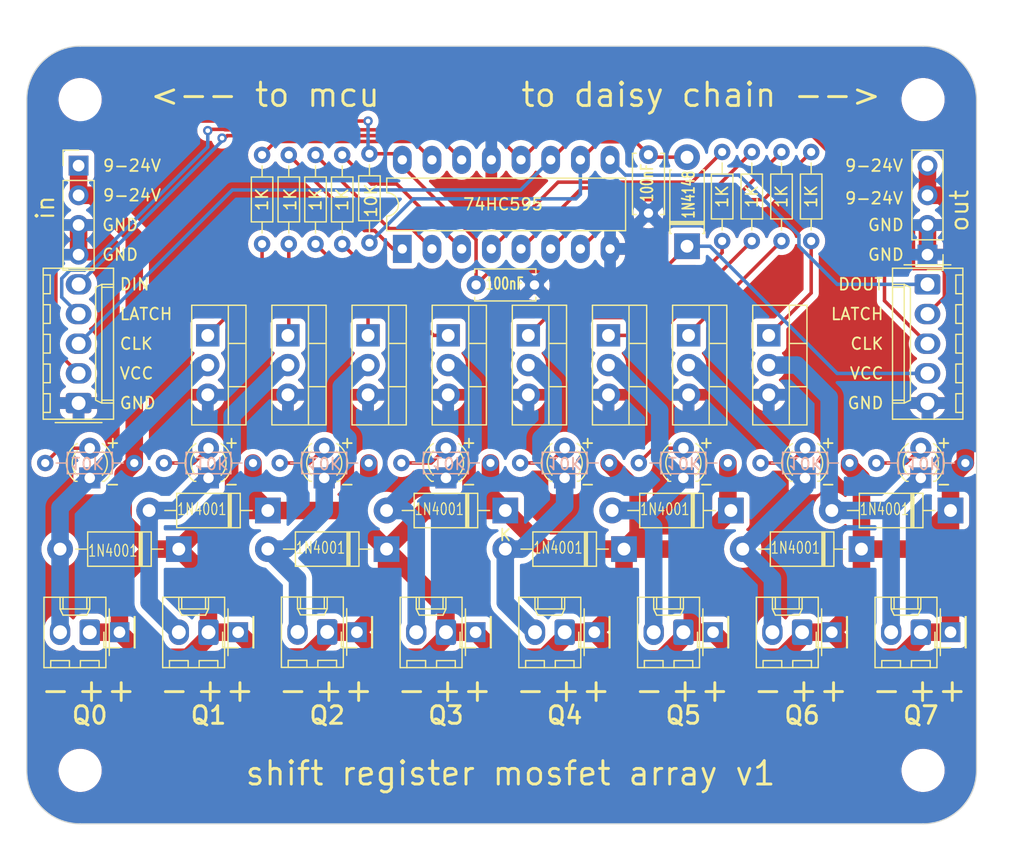
<source format=kicad_pcb>
(kicad_pcb (version 20221018) (generator pcbnew)
  (layers (0 "F.Cu" signal) (31 "B.Cu" signal) (34 "B.Paste" user) (35 "F.Paste" user) (36 "B.SilkS" user "B.Silkscreen") (37 "F.SilkS" user "F.Silkscreen") (38 "B.Mask" user) (39 "F.Mask" user) (44 "Edge.Cuts" user))
  (net 0 "")
  (net 1 "Net-(D1-A)")
  (net 2 "GND")
  (net 3 "VCC")
  (net 4 "Net-(D10-A)")
  (net 5 "Net-(D2-A)")
  (net 6 "Net-(D11-A)")
  (net 7 "Net-(D3-A)")
  (net 8 "Net-(D12-A)")
  (net 9 "Net-(D4-A)")
  (net 10 "Net-(D13-A)")
  (net 11 "Net-(D5-A)")
  (net 12 "Net-(D14-A)")
  (net 13 "Net-(D6-A)")
  (net 14 "Net-(D15-A)")
  (net 15 "Net-(D7-A)")
  (net 16 "Net-(D16-A)")
  (net 17 "Net-(D8-A)")
  (net 18 "Net-(D17-A)")
  (net 19 "Net-(D9-A)")
  (net 20 "12V")
  (net 21 "clock")
  (net 22 "latch")
  (net 23 "SerialIn")
  (net 24 "SerialOut")
  (net 25 "gate1")
  (net 26 "gate2")
  (net 27 "gate3")
  (net 28 "gate4")
  (net 29 "gate5")
  (net 30 "gate7")
  (net 31 "Net-(U1-QA)")
  (net 32 "gate0")
  (net 33 "Net-(U1-QB)")
  (net 34 "Net-(U1-QC)")
  (net 35 "Net-(U1-QD)")
  (net 36 "Net-(U1-QE)")
  (net 37 "Net-(U1-QF)")
  (net 38 "Net-(U1-QG)")
  (net 39 "gate6")
  (net 40 "Net-(U1-QH)")
  (footprint "Package_TO_SOT_THT:TO-220-3_Vertical" (layer "F.Cu") (at 135.89 81.534 -90)
    (fp_text reference "Q2" hide)
    (fp_text value "IRLB8721PBF")
  )
  (footprint "Connector_PinHeader_2.54mm:PinHeader_1x01_P2.54mm_Vertical" (layer "F.Cu") (at 182.433 106.934 90)
    (fp_text reference "J14" hide)
    (fp_text value "Conn_01x01_Pin")
  )
  (footprint "Connector_Molex:Molex_KK-254_AE-6410-05A_1x05_P2.54mm_Vertical" (layer "F.Cu") (at 117.977 87.326 90)
    (fp_text reference "incoming1" hide)
    (fp_text value "Conn_01x05_Pin")
  )
  (footprint "Diode_THT:D_DO-41_SOD81_P10.16mm_Horizontal" (layer "F.Cu") (at 134.173 96.52 180)
    (fp_text reference "D11" hide)
    (fp_text value "1N4001")
  )
  (footprint "Connector_Molex:Molex_KK-254_AE-6410-05A_1x05_P2.54mm_Vertical" (layer "F.Cu") (at 190.621 77.166 -90)
    (fp_text reference "outgoing1" hide)
    (fp_text value "Conn_01x05_Pin")
  )
  (footprint "Resistor_THT:R_Axial_DIN0204_L3.6mm_D1.6mm_P7.62mm_Horizontal" (layer "F.Cu") (at 133.68 66.091 -90)
    (fp_text reference "R1" hide)
    (fp_text value "R")
  )
  (footprint "Resistor_THT:R_Axial_DIN0204_L3.6mm_D1.6mm_P7.62mm_Horizontal" (layer "F.Cu") (at 178.13 65.837 -90)
    (fp_text reference "R7" hide)
    (fp_text value "R")
  )
  (footprint "Connector_PinHeader_2.54mm:PinHeader_1x01_P2.54mm_Vertical" (layer "F.Cu") (at 141.793 106.934 90)
    (fp_text reference "J6" hide)
    (fp_text value "Conn_01x01_Pin")
  )
  (footprint "LED_THT:LED_D3.0mm" (layer "F.Cu") (at 159.573 93.726 90)
    (fp_text reference "D6" hide)
    (fp_text value "LED")
  )
  (footprint "Package_TO_SOT_THT:TO-220-3_Vertical" (layer "F.Cu") (at 149.606 81.534 -90)
    (fp_text reference "Q4" hide)
    (fp_text value "IRLB8721PBF")
  )
  (footprint "Package_TO_SOT_THT:TO-220-3_Vertical" (layer "F.Cu") (at 156.464 81.534 -90)
    (fp_text reference "Q5" hide)
    (fp_text value "IRLB8721PBF")
  )
  (footprint "Package_TO_SOT_THT:TO-220-3_Vertical" (layer "F.Cu") (at 170.18 81.534 -90)
    (fp_text reference "Q7" hide)
    (fp_text value "IRLB8721PBF")
  )
  (footprint "MountingHole:MountingHole_3.2mm_M3" (layer "F.Cu") (at 190.246 61.355)
    (fp_text reference "H2" hide)
    (fp_text value "MountingHole")
  )
  (footprint "Connector_PinHeader_2.54mm:PinHeader_1x04_P2.54mm_Vertical" (layer "F.Cu") (at 117.977 67.006)
    (fp_text reference "input12V1" hide)
    (fp_text value "Conn_01x04_Pin")
  )
  (footprint "LED_THT:LED_D3.0mm" (layer "F.Cu") (at 138.999 93.731 90)
    (fp_text reference "D4" hide)
    (fp_text value "LED")
  )
  (footprint "Connector_Molex:Molex_KK-254_AE-6410-02A_1x02_P2.54mm_Vertical" (layer "F.Cu") (at 190.053 106.934 180)
    (fp_text reference "J17" hide)
    (fp_text value "Conn_01x02_Pin")
  )
  (footprint "LED_THT:LED_D3.0mm" (layer "F.Cu") (at 180.147 93.731 90)
    (fp_text reference "D8" hide)
    (fp_text value "LED")
  )
  (footprint "Diode_THT:D_DO-41_SOD81_P10.16mm_Horizontal" (layer "F.Cu") (at 173.797 96.52 180)
    (fp_text reference "D15" hide)
    (fp_text value "1N4001")
  )
  (footprint "Diode_THT:D_DO-41_SOD81_P10.16mm_Horizontal" (layer "F.Cu") (at 126.553 99.822 180)
    (fp_text reference "D10" hide)
    (fp_text value "1N4001")
  )
  (footprint "Connector_Molex:Molex_KK-254_AE-6410-02A_1x02_P2.54mm_Vertical" (layer "F.Cu") (at 139.253 106.914 180)
    (fp_text reference "J7" hide)
    (fp_text value "Conn_01x02_Pin")
  )
  (footprint "Capacitor_THT:C_Disc_D5.0mm_W2.5mm_P5.00mm" (layer "F.Cu") (at 151.993 77.216)
    (fp_text reference "C2" hide)
    (fp_text value "C")
  )
  (footprint "Connector_PinHeader_2.54mm:PinHeader_1x01_P2.54mm_Vertical" (layer "F.Cu") (at 172.273 106.934 90)
    (fp_text reference "J12" hide)
    (fp_text value "Conn_01x01_Pin")
  )
  (footprint "Connector_PinHeader_2.54mm:PinHeader_1x01_P2.54mm_Vertical" (layer "F.Cu") (at 162.113 106.934 90)
    (fp_text reference "J10" hide)
    (fp_text value "Conn_01x01_Pin")
  )
  (footprint "Package_DIP:DIP-16_W7.62mm_LongPads" (layer "F.Cu") (at 145.678 74.133 90)
    (fp_text reference "U1" hide)
    (fp_text value "74HC595")
  )
  (footprint "MountingHole:MountingHole_3.2mm_M3" (layer "F.Cu") (at 118.11 118.759)
    (fp_text reference "H4" hide)
    (fp_text value "MountingHole")
  )
  (footprint "Resistor_THT:R_Axial_DIN0204_L3.6mm_D1.6mm_P7.62mm_Horizontal" (layer "F.Cu") (at 173.05 65.837 -90)
    (fp_text reference "R5" hide)
    (fp_text value "R")
  )
  (footprint "Connector_PinHeader_2.54mm:PinHeader_1x01_P2.54mm_Vertical" (layer "F.Cu") (at 192.593 106.934 90)
    (fp_text reference "J16" hide)
    (fp_text value "Conn_01x01_Pin")
  )
  (footprint "Resistor_THT:R_Axial_DIN0204_L3.6mm_D1.6mm_P7.62mm_Horizontal" (layer "F.Cu") (at 135.966 66.091 -90)
    (fp_text reference "R2" hide)
    (fp_text value "R")
  )
  (footprint "Resistor_THT:R_Axial_DIN0204_L3.6mm_D1.6mm_P7.62mm_Horizontal" (layer "F.Cu") (at 138.252 66.091 -90)
    (fp_text reference "R3" hide)
    (fp_text value "R")
  )
  (footprint "Resistor_THT:R_Axial_DIN0204_L3.6mm_D1.6mm_P7.62mm_Horizontal" (layer "F.Cu") (at 175.59 65.837 -90)
    (fp_text reference "R6" hide)
    (fp_text value "R")
  )
  (footprint "Diode_THT:D_DO-41_SOD81_P10.16mm_Horizontal" (layer "F.Cu") (at 164.653 99.822 180)
    (fp_text reference "D14" hide)
    (fp_text value "1N4001")
  )
  (footprint "Diode_THT:D_DO-41_SOD81_P10.16mm_Horizontal" (layer "F.Cu") (at 144.333 99.822 180)
    (fp_text reference "D12" hide)
    (fp_text value "1N4001")
  )
  (footprint "Package_TO_SOT_THT:TO-220-3_Vertical" (layer "F.Cu") (at 142.748 81.534 -90)
    (fp_text reference "Q3" hide)
    (fp_text value "IRLB8721PBF")
  )
  (footprint "LED_THT:LED_D3.0mm" (layer "F.Cu") (at 149.413 93.726 90)
    (fp_text reference "D5" hide)
    (fp_text value "LED")
  )
  (footprint "Resistor_THT:R_Axial_DIN0204_L3.6mm_D1.6mm_P7.62mm_Horizontal" (layer "F.Cu") (at 142.869 65.99 -90)
    (fp_text reference "R9" hide)
    (fp_text value "R")
  )
  (footprint "Package_TO_SOT_THT:TO-220-3_Vertical" (layer "F.Cu") (at 177.038 81.534 -90)
    (fp_text reference "Q8" hide)
    (fp_text value "IRLB8721PBF")
  )
  (footprint "Resistor_THT:R_Axial_DIN0204_L3.6mm_D1.6mm_P7.62mm_Horizontal" (layer "F.Cu") (at 180.67 65.837 -90)
    (fp_text reference "R8" hide)
    (fp_text value "R")
  )
  (footprint "Connector_Molex:Molex_KK-254_AE-6410-02A_1x02_P2.54mm_Vertical" (layer "F.Cu") (at 118.933 106.934 180)
    (fp_text reference "J2" hide)
    (fp_text value "Conn_01x02_Pin")
  )
  (footprint "Diode_THT:D_DO-41_SOD81_P10.16mm_Horizontal" (layer "F.Cu") (at 192.593 96.52 180)
    (fp_text reference "D17" hide)
    (fp_text value "1N4001")
  )
  (footprint "MountingHole:MountingHole_3.2mm_M3" (layer "F.Cu") (at 118.11 61.355)
    (fp_text reference "H1" hide)
    (fp_text value "MountingHole")
  )
  (footprint "Package_TO_SOT_THT:TO-220-3_Vertical" (layer "F.Cu") (at 163.322 81.534 -90)
    (fp_text reference "Q6" hide)
    (fp_text value "IRLB8721PBF")
  )
  (footprint "Connector_Molex:Molex_KK-254_AE-6410-02A_1x02_P2.54mm_Vertical" (layer "F.Cu") (at 149.413 106.934 180)
    (fp_text reference "J9" hide)
    (fp_text value "Conn_01x02_Pin")
  )
  (footprint "Connector_Molex:Molex_KK-254_AE-6410-02A_1x02_P2.54mm_Vertical" (layer "F.Cu") (at 179.893 106.934 180)
    (fp_text reference "J15" hide)
    (fp_text value "Conn_01x02_Pin")
  )
  (footprint "Connector_Molex:Molex_KK-254_AE-6410-02A_1x02_P2.54mm_Vertical" (layer "F.Cu") (at 159.573 106.934 180)
    (fp_text reference "J11" hide)
    (fp_text value "Conn_01x02_Pin")
  )
  (footprint "LED_THT:LED_D3.0mm" (layer "F.Cu") (at 190.053 93.731 90)
    (fp_text reference "D9" hide)
    (fp_text value "LED")
  )
  (footprint "Resistor_THT:R_Axial_DIN0204_L3.6mm_D1.6mm_P7.62mm_Horizontal" (layer "F.Cu") (at 140.538 66.091 -90)
    (fp_text reference "R4" hide)
    (fp_text value "R")
  )
  (footprint "Connector_PinHeader_2.54mm:PinHeader_1x04_P2.54mm_Vertical" (layer "F.Cu") (at 190.621 74.626 180)
    (fp_text reference "ouput12V1" hide)
    (fp_text value "Conn_01x04_Pin")
  )
  (footprint "MountingHole:MountingHole_3.2mm_M3" (layer "F.Cu") (at 190.246 118.759)
    (fp_text reference "H3" hide)
    (fp_text value "MountingHole")
  )
  (footprint "LED_THT:LED_D3.0mm" (layer "F.Cu") (at 129.093 93.731 90)
    (fp_text reference "D3" hide)
    (fp_text value "LED")
  )
  (footprint "Connector_PinHeader_2.54mm:PinHeader_1x01_P2.54mm_Vertical" (layer "F.Cu") (at 121.473 106.934 90)
    (fp_text reference "J3" hide)
    (fp_text value "Conn_01x01_Pin")
  )
  (footprint "Connector_Molex:Molex_KK-254_AE-6410-02A_1x02_P2.54mm_Vertical" (layer "F.Cu") (at 129.093 106.934 180)
    (fp_text reference "J5" hide)
    (fp_text value "Conn_01x02_Pin")
  )
  (footprint "LED_THT:LED_D3.0mm" (layer "F.Cu") (at 118.933 93.731 90)
    (fp_text reference "D2" hide)
    (fp_text value "LED")
  )
  (footprint "Package_TO_SOT_THT:TO-220-3_Vertical" (layer "F.Cu") (at 129.032 81.534 -90)
    (fp_text reference "Q1" hide)
    (fp_text value "IRLB8721PBF")
  )
  (footprint "Capacitor_THT:C_Disc_D5.0mm_W2.5mm_P5.00mm" (layer "F.Cu") (at 166.745 66.07 -90)
    (fp_text reference "C1" hide)
    (fp_text value "C")
  )
  (footprint "Diode_THT:D_DO-41_SOD81_P10.16mm_Horizontal" (layer "F.Cu") (at 184.973 99.822 180)
    (fp_text reference "D16" hide)
    (fp_text value "1N4001")
  )
  (footprint "LED_THT:LED_D3.0mm" (layer "F.Cu") (at 169.733 93.731 90)
    (fp_text reference "D7" hide)
    (fp_text value "LED")
  )
  (footprint "Diode_THT:D_DO-41_SOD81_P10.16mm_Horizontal" (layer "F.Cu") (at 154.493 96.52 180)
    (fp_text reference "D13" hide)
    (fp_text value "1N4001")
  )
  (footprint "Connector_Molex:Molex_KK-254_AE-6410-02A_1x02_P2.54mm_Vertical" (layer "F.Cu") (at 169.733 106.934 180)
    (fp_text reference "J13" hide)
    (fp_text value "Conn_01x02_Pin")
  )
  (footprint "Connector_PinHeader_2.54mm:PinHeader_1x01_P2.54mm_Vertical" (layer "F.Cu") (at 151.953 106.934 90)
    (fp_text reference "J8" hide)
    (fp_text value "Conn_01x01_Pin")
  )
  (footprint "Connector_PinHeader_2.54mm:PinHeader_1x01_P2.54mm_Vertical" (layer "F.Cu") (at 131.633 106.934 90)
    (fp_text reference "J4" hide)
    (fp_text value "Conn_01x01_Pin" hide)
  )
  (footprint "Diode_THT:D_DO-41_SOD81_P7.62mm_Horizontal" (layer "F.Cu") (at 170.047 73.904 90)
    (fp_text reference "D1" hide)
    (fp_text value "D")
  )
  (footprint "Resistor_THT:R_Axial_DIN0204_L3.6mm_D1.6mm_P7.62mm_Horizontal" (layer "B.Cu") (at 173.543 92.456 180)
    (fp_text reference "R15" hide)
    (fp_text value "R")
  )
  (footprint "Resistor_THT:R_Axial_DIN0204_L3.6mm_D1.6mm_P7.62mm_Horizontal" (layer "B.Cu") (at 132.903 92.456 180)
    (fp_text reference "R11" hide)
    (fp_text value "R")
  )
  (footprint "Resistor_THT:R_Axial_DIN0204_L3.6mm_D1.6mm_P7.62mm_Horizontal" (layer "B.Cu") (at 142.809 92.456 180)
    (fp_text reference "R12" hide)
    (fp_text value "R")
  )
  (footprint "Resistor_THT:R_Axial_DIN0204_L3.6mm_D1.6mm_P7.62mm_Horizontal" (layer "B.Cu") (at 163.383 92.451 180)
    (fp_text reference "R14" hide)
    (fp_text value "R")
  )
  (footprint "Resistor_THT:R_Axial_DIN0204_L3.6mm_D1.6mm_P7.62mm_Horizontal" (layer "B.Cu") (at 153.223 92.451 180)
    (fp_text reference "R13" hide)
    (fp_text value "R")
  )
  (footprint "Resistor_THT:R_Axial_DIN0204_L3.6mm_D1.6mm_P7.62mm_Horizontal" (layer "B.Cu") (at 183.957 92.456 180)
    (fp_text reference "R16" hide)
    (fp_text value "R")
  )
  (footprint "Resistor_THT:R_Axial_DIN0204_L3.6mm_D1.6mm_P7.62mm_Horizontal" (layer "B.Cu") (at 193.863 92.456 180)
    (fp_text reference "R17" hide)
    (fp_text value "R")
  )
  (footprint "Resistor_THT:R_Axial_DIN0204_L3.6mm_D1.6mm_P7.62mm_Horizontal" (layer "B.Cu") (at 122.743 92.456 180)
    (fp_text reference "R10" hide)
    (fp_text value "R")
  )
  (gr_arc (start 118.11 123.331) (mid 114.877108 121.991892) (end 113.538 118.759) (stroke (width 0.1)) (layer "Edge.Cuts"))
  (gr_arc (start 113.538 61.355) (mid 114.877108 58.122108) (end 118.11 56.783) (stroke (width 0.1)) (layer "Edge.Cuts"))
  (gr_arc (start 194.818 118.759) (mid 193.478892 121.991892) (end 190.246 123.331) (stroke (width 0.1)) (layer "Edge.Cuts"))
  (gr_arc (start 190.246 56.783) (mid 193.478892 58.122108) (end 194.818 61.355) (stroke (width 0.1)) (layer "Edge.Cuts"))
  (gr_line (start 113.538 61.355) (end 113.538 118.759) (stroke (width 0.1)) (layer "Edge.Cuts"))
  (gr_line (start 118.11 56.783) (end 190.246 56.783) (stroke (width 0.1)) (layer "Edge.Cuts"))
  (gr_line (start 118.11 123.331) (end 190.246 123.331) (stroke (width 0.1)) (layer "Edge.Cuts"))
  (gr_line (start 194.818 61.355) (end 194.818 118.759) (stroke (width 0.1)) (layer "Edge.Cuts"))
  (gr_text "10K" (at 178.623 92.456 180) (layer "B.SilkS") (effects (font (size 1 1)) (justify left mirror)))
  (gr_text "10K" (at 148.143 92.456 180) (layer "B.SilkS") (effects (font (size 1 1)) (justify left mirror)))
  (gr_text "10K" (at 158.049 92.456 180) (layer "B.SilkS") (effects (font (size 1 1)) (justify left mirror)))
  (gr_text "10K" (at 168.209 92.456 180) (layer "B.SilkS") (effects (font (size 1 1)) (justify left mirror)))
  (gr_text "10K" (at 127.823 92.456 180) (layer "B.SilkS") (effects (font (size 1 1)) (justify left mirror)))
  (gr_text "10K" (at 137.475 92.456 180) (layer "B.SilkS") (effects (font (size 1 1)) (justify left mirror)))
  (gr_text "10K" (at 117.155 92.456 180) (layer "B.SilkS") (effects (font (size 1 1)) (justify left mirror)))
  (gr_text "10K" (at 188.783 92.456 180) (layer "B.SilkS") (effects (font (size 1 1)) (justify left mirror)))
  (gr_text "to daisy chain -->" (at 155.702 62.117) (layer "F.SilkS") (effects (font (size 2 2) (thickness 0.25)) (justify left bottom)))
  (gr_text "-" (at 151.384 94.234) (layer "F.SilkS") (effects (font (size 1 1))))
  (gr_text "-" (at 182.118 94.234) (layer "F.SilkS") (effects (font (size 1 1))))
  (gr_text "+" (at 131.064 90.678) (layer "F.SilkS") (effects (font (size 1 1))))
  (gr_text "9-24V" (at 122.549 67.006) (layer "F.SilkS") (effects (font (size 1 1))))
  (gr_text "-" (at 120.904 94.234) (layer "F.SilkS") (effects (font (size 1 1))))
  (gr_text "1N4001" (at 128.524 96.407) (layer "F.SilkS") (effects (font (size 1 0.725) (thickness 0.1))))
  (gr_text "9-24V" (at 186.049 67.006) (layer "F.SilkS") (effects (font (size 1 1))))
  (gr_text "+" (at 131.633 112.014 90) (layer "F.SilkS") (effects (font (size 2 2) (thickness 0.25))))
  (gr_text "Q0" (at 118.933 114.046) (layer "F.SilkS") (effects (font (size 1.5 1.5) (thickness 0.25) bold)))
  (gr_text "+" (at 151.384 90.678) (layer "F.SilkS") (effects (font (size 1 1))))
  (gr_text "Q4" (at 159.573 114.046) (layer "F.SilkS") (effects (font (size 1.5 1.5) (thickness 0.25) bold)))
  (gr_text "+" (at 121.473 112.014 90) (layer "F.SilkS") (effects (font (size 2 2) (thickness 0.25))))
  (gr_text "Q6" (at 179.893 114.046) (layer "F.SilkS") (effects (font (size 1.5 1.5) (thickness 0.25) bold)))
  (gr_text "10K" (at 143.002 69.991 90) (layer "F.SilkS") (effects (font (size 1 1))))
  (gr_text "GND" (at 121.533 74.626) (layer "F.SilkS") (effects (font (size 1 1))))
  (gr_text "+" (at 182.118 90.678) (layer "F.SilkS") (effects (font (size 1 1))))
  (gr_text "1K" (at 133.68 69.901 90) (layer "F.SilkS") (effects (font (size 1 1))))
  (gr_text "GND" (at 187.065 74.626) (layer "F.SilkS") (effects (font (size 1 1))))
  (gr_text "+" (at 120.904 90.678) (layer "F.SilkS") (effects (font (size 1 1))))
  (gr_text "<-- to mcu" (at 123.952 62.117) (layer "F.SilkS") (effects (font (size 2 2) (thickness 0.25)) (justify left bottom)))
  (gr_text "Q2" (at 139.253 114.046) (layer "F.SilkS") (effects (font (size 1.5 1.5) (thickness 0.25) bold)))
  (gr_text "+" (at 162.113 112.014 90) (layer "F.SilkS") (effects (font (size 2 2) (thickness 0.25))))
  (gr_text "LATCH" (at 186.944 79.706) (layer "F.SilkS") (effects (font (size 1 1)) (justify right)))
  (gr_text "100nF" (at 166.624 68.467 90) (layer "F.SilkS") (effects (font (size 1 0.7))))
  (gr_text "GND" (at 187.065 72.086) (layer "F.SilkS") (effects (font (size 1 1))))
  (gr_text "+" (at 159.573 112.014 90) (layer "F.SilkS") (effects (font (size 2 2) (thickness 0.25))))
  (gr_text "+" (at 171.704 90.678) (layer "F.SilkS") (effects (font (size 1 1))))
  (gr_text "1K" (at 136.093 69.901 90) (layer "F.SilkS") (effects (font (size 1 1))))
  (gr_text "1N4148" (at 170.18 69.483 90) (layer "F.SilkS") (effects (font (size 1 0.7))))
  (gr_text "DIN" (at 121.412 77.166) (layer "F.SilkS") (effects (font (size 1 1)) (justify left)))
  (gr_text "GND" (at 186.944 87.326) (layer "F.SilkS") (effects (font (size 1 1)) (justify right)))
  (gr_text "+" (at 192.593 112.014 90) (layer "F.SilkS") (effects (font (size 2 2) (thickness 0.25))))
  (gr_text "-" (at 192.024 94.234) (layer "F.SilkS") (effects (font (size 1 1))))
  (gr_text "GND" (at 121.533 72.086) (layer "F.SilkS") (effects (font (size 1 1))))
  (gr_text "100nF" (at 154.432 77.103) (layer "F.SilkS") (effects (font (size 1 0.7))))
  (gr_text "+" (at 141.793 112.014 90) (layer "F.SilkS") (effects (font (size 2 2) (thickness 0.25))))
  (gr_text "1K" (at 138.252 69.901 90) (layer "F.SilkS") (effects (font (size 1 1))))
  (gr_text "CLK" (at 121.412 82.246) (layer "F.SilkS") (effects (font (size 1 1)) (justify left)))
  (gr_text "+" (at 118.933 112.014 90) (layer "F.SilkS") (effects (font (size 2 2) (thickness 0.25))))
  (gr_text "-" (at 117.409 110.998 180) (layer "F.SilkS") (effects (font (size 2 2) (thickness 0.25)) (justify left bottom)))
  (gr_text "9-24V" (at 122.549 69.546) (layer "F.SilkS") (effects (font (size 1 1))))
  (gr_text "-" (at 158.049 110.998 180) (layer "F.SilkS") (effects (font (size 2 2) (thickness 0.25)) (justify left bottom)))
  (gr_text "-" (at 168.209 110.998 180) (layer "F.SilkS") (effects (font (size 2 2) (thickness 0.25)) (justify left bottom)))
  (gr_text "CLK" (at 186.944 82.246) (layer "F.SilkS") (effects (font (size 1 1)) (justify right)))
  (gr_text "in" (at 115.123 70.612 90) (layer "F.SilkS") (effects (font (size 1.5 1.5) (thickness 0.1875))))
  (gr_text "+" (at 172.273 112.014 90) (layer "F.SilkS") (effects (font (size 2 2) (thickness 0.25))))
  (gr_text "+" (at 192.024 90.678) (layer "F.SilkS") (effects (font (size 1 1))))
  (gr_text "-" (at 140.97 94.234) (layer "F.SilkS") (effects (font (size 1 1))))
  (gr_text "+" (at 190.053 112.014 90) (layer "F.SilkS") (effects (font (size 2 2) (thickness 0.25))))
  (gr_text "-" (at 171.704 94.234) (layer "F.SilkS") (effects (font (size 1 1))))
  (gr_text "1N4001" (at 138.684 99.709) (layer "F.SilkS") (effects (font (size 1 0.725) (thickness 0.1))))
  (gr_text "LATCH" (at 121.412 79.706) (layer "F.SilkS") (effects (font (size 1 1)) (justify left)))
  (gr_text "1N4001" (at 159.004 99.709) (layer "F.SilkS") (effects (font (size 1 0.725) (thickness 0.1))))
  (gr_text "1K" (at 178.13 69.647 90) (layer "F.SilkS") (effects (font (size 1 1))))
  (gr_text "+" (at 129.093 112.014 90) (layer "F.SilkS") (effects (font (size 2 2) (thickness 0.25))))
  (gr_text "Q1" (at 129.093 114.046) (layer "F.SilkS") (effects (font (size 1.5 1.5) (thickness 0.25) bold)))
  (gr_text "1N4001" (at 179.324 99.709) (layer "F.SilkS") (effects (font (size 1 0.725) (thickness 0.1))))
  (gr_text "1K" (at 175.59 69.647 90) (layer "F.SilkS") (effects (font (size 1 1))))
  (gr_text "+" (at 182.433 112.014 90) (layer "F.SilkS") (effects (font (size 2 2) (thickness 0.25))))
  (gr_text "+" (at 161.544 90.678) (layer "F.SilkS") (effects (font (size 1 1))))
  (gr_text "VCC" (at 186.944 84.786) (layer "F.SilkS") (effects (font (size 1 1)) (justify right)))
  (gr_text "-" (at 161.544 94.234) (layer "F.SilkS") (effects (font (size 1 1))))
  (gr_text "-" (at 137.729 110.998 180) (layer "F.SilkS") (effects (font (size 2 2) (thickness 0.25)) (justify left bottom)))
  (gr_text "1N4001" (at 168.148 96.407) (layer "F.SilkS") (effects (font (size 1 0.725) (thickness 0.1))))
  (gr_text "+" (at 139.253 112.014 90) (layer "F.SilkS") (effects (font (size 2 2) (thickness 0.25))))
  (gr_text "-" (at 188.529 110.998 180) (layer "F.SilkS") (effects (font (size 2 2) (thickness 0.25)) (justify left bottom)))
  (gr_text "+" (at 140.97 90.678) (layer "F.SilkS") (effects (font (size 1 1))))
  (gr_text "1N4001" (at 120.904 99.963) (layer "F.SilkS") (effects (font (size 1 0.725) (thickness 0.1))))
  (gr_text "Q7" (at 190.053 114.046) (layer "F.SilkS") (effects (font (size 1.5 1.5) (thickness 0.25) bold)))
  (gr_text "1N4001" (at 186.944 96.407) (layer "F.SilkS") (effects (font (size 1 0.725) (thickness 0.1))))
  (gr_text "Q3" (at 149.413 114.046) (layer "F.SilkS") (effects (font (size 1.5 1.5) (thickness 0.25) bold)))
  (gr_text "1K" (at 140.538 69.901 90) (layer "F.SilkS") (effects (font (size 1 1))))
  (gr_text "shift register mosfet array v1" (at 154.94 119.013) (layer "F.SilkS") (effects (font (size 2 2) (thickness 0.25))))
  (gr_text "1K" (at 173.05 69.647 90) (layer "F.SilkS") (effects (font (size 1 1))))
  (gr_text "+" (at 151.953 112.014 90) (layer "F.SilkS") (effects (font (size 2 2) (thickness 0.25))))
  (gr_text "out" (at 193.355 70.866 90) (layer "F.SilkS") (effects (font (size 1.5 1.5) (thickness 0.1875))))
  (gr_text "9-24V" (at 186.049 69.8) (layer "F.SilkS") (effects (font (size 1 1))))
  (gr_text "-" (at 178.369 110.998 180) (layer "F.SilkS") (effects (font (size 2 2) (thickness 0.25)) (justify left bottom)))
  (gr_text "GND" (at 121.412 87.326) (layer "F.SilkS") (effects (font (size 1 1)) (justify left)))
  (gr_text "+" (at 179.893 112.014 90) (layer "F.SilkS") (effects (font (size 2 2) (thickness 0.25))))
  (gr_text "1N4001" (at 148.844 96.407) (layer "F.SilkS") (effects (font (size 1 0.725) (thickness 0.1))))
  (gr_text "-" (at 131.064 94.234) (layer "F.SilkS") (effects (font (size 1 1))))
  (gr_text "+" (at 149.413 112.014 90) (layer "F.SilkS") (effects (font (size 2 2) (thickness 0.25))))
  (gr_text "DOUT" (at 186.944 77.166) (layer "F.SilkS") (effects (font (size 1 1)) (justify right)))
  (gr_text "Q5" (at 169.733 114.046) (layer "F.SilkS") (effects (font (size 1.5 1.5) (thickness 0.25) bold)))
  (gr_text "+" (at 169.733 112.014 90) (layer "F.SilkS") (effects (font (size 2 2) (thickness 0.25))))
  (gr_text "1K" (at 180.67 69.647 90) (layer "F.SilkS") (effects (font (size 1 1))))
  (gr_text "-" (at 127.569 110.998 180) (layer "F.SilkS") (effects (font (size 2 2) (thickness 0.25)) (justify left bottom)))
  (gr_text "-" (at 147.889 110.998 180) (layer "F.SilkS") (effects (font (size 2 2) (thickness 0.25)) (justify left bottom)))
  (gr_text "VCC" (at 121.412 84.786) (layer "F.SilkS") (effects (font (size 1 1)) (justify left)))
  (segment (start 165.638 64.963) (end 162.468 64.963) (width 0.3) (layer "F.Cu") (net 1))
  (segment (start 170.047 66.284) (end 166.959 66.284) (width 0.3) (layer "F.Cu") (net 1))
  (segment (start 166.745 66.07) (end 165.638 64.963) (width 0.3) (layer "F.Cu") (net 1))
  (segment (start 166.959 66.284) (end 166.745 66.07) (width 0.3) (layer "F.Cu") (net 1))
  (segment (start 162.468 64.963) (end 160.918 66.513) (width 0.3) (layer "F.Cu") (net 1))
  (segment (start 160.918 66.513) (end 160.918 69.46) (width 0.3) (layer "B.Cu") (net 1))
  (segment (start 160.918 69.46) (end 160.528 69.85) (width 0.3) (layer "B.Cu") (net 1))
  (segment (start 146.629 69.85) (end 142.869 73.61) (width 0.3) (layer "B.Cu") (net 1))
  (segment (start 160.528 69.85) (end 146.629 69.85) (width 0.3) (layer "B.Cu") (net 1))
  (segment (start 190.621 72.086) (end 190.621 74.626) (width 1.5) (layer "F.Cu") (net 2))
  (segment (start 117.977 72.086) (end 117.977 74.626) (width 1.5) (layer "F.Cu") (net 2))
  (segment (start 163.458 74.133) (end 163.682 74.133) (width 0.3) (layer "B.Cu") (net 2))
  (segment (start 151.993 77.216) (end 153.143 76.066) (width 0.3) (layer "F.Cu") (net 3))
  (segment (start 142.869 65.99) (end 145.155 65.99) (width 0.3) (layer "F.Cu") (net 3))
  (segment (start 151.993 73.341654) (end 145.678 67.026654) (width 0.3) (layer "F.Cu") (net 3))
  (segment (start 151.993 77.216) (end 151.993 73.341654) (width 0.3) (layer "F.Cu") (net 3))
  (segment (start 117.977 84.786) (end 116.032 82.841) (width 0.3) (layer "F.Cu") (net 3))
  (segment (start 145.155 65.99) (end 145.678 66.513) (width 0.3) (layer "F.Cu") (net 3))
  (segment (start 145.678 67.026654) (end 145.678 66.513) (width 0.3) (layer "F.Cu") (net 3))
  (segment (start 116.032 82.841) (end 116.032 66.201) (width 0.3) (layer "F.Cu") (net 3))
  (segment (start 153.143 76.066) (end 167.885 76.066) (width 0.3) (layer "F.Cu") (net 3))
  (segment (start 167.885 76.066) (end 170.047 73.904) (width 0.3) (layer "F.Cu") (net 3))
  (segment (start 119.0425 63.1905) (end 142.748 63.1905) (width 0.3) (layer "F.Cu") (net 3))
  (segment (start 116.032 66.201) (end 119.0425 63.1905) (width 0.3) (layer "F.Cu") (net 3))
  (via (at 142.748 63.1905) (size 0.8) (drill 0.4) (layers "F.Cu" "B.Cu") (net 3))
  (segment (start 142.748 65.869) (end 142.869 65.99) (width 0.3) (layer "B.Cu") (net 3))
  (segment (start 182.894075 84.786) (end 172.012075 73.904) (width 0.3) (layer "B.Cu") (net 3))
  (segment (start 190.621 84.786) (end 182.894075 84.786) (width 0.3) (layer "B.Cu") (net 3))
  (segment (start 172.012075 73.904) (end 170.047 73.904) (width 0.3) (layer "B.Cu") (net 3))
  (segment (start 142.748 63.1905) (end 142.748 65.869) (width 0.3) (layer "B.Cu") (net 3))
  (segment (start 118.933 93.731) (end 119.150717 93.731) (width 1.5) (layer "B.Cu") (net 4))
  (segment (start 116.393 96.271) (end 118.933 93.731) (width 1.5) (layer "B.Cu") (net 4))
  (segment (start 119.150717 93.731) (end 120.993 91.888717) (width 1.5) (layer "B.Cu") (net 4))
  (segment (start 120.993 91.605) (end 128.524 84.074) (width 1.5) (layer "B.Cu") (net 4))
  (segment (start 116.393 99.822) (end 116.393 96.271) (width 1.5) (layer "B.Cu") (net 4))
  (segment (start 120.993 91.888717) (end 120.993 91.605) (width 1.5) (layer "B.Cu") (net 4))
  (segment (start 128.524 84.074) (end 129.032 84.074) (width 1.5) (layer "B.Cu") (net 4))
  (segment (start 116.393 106.934) (end 116.393 99.822) (width 1.5) (layer "B.Cu") (net 4))
  (segment (start 116.388 91.191) (end 118.933 91.191) (width 0.3) (layer "F.Cu") (net 5))
  (segment (start 115.123 92.456) (end 116.388 91.191) (width 0.3) (layer "F.Cu") (net 5))
  (segment (start 135.444471 84.074) (end 131.118 88.400471) (width 1.5) (layer "B.Cu") (net 6))
  (segment (start 129.416783 93.731) (end 129.093 93.731) (width 1.5) (layer "B.Cu") (net 6))
  (segment (start 131.118 92.029783) (end 129.416783 93.731) (width 1.5) (layer "B.Cu") (net 6))
  (segment (start 126.304 96.52) (end 129.093 93.731) (width 1.5) (layer "B.Cu") (net 6))
  (segment (start 135.89 84.074) (end 135.444471 84.074) (width 1.5) (layer "B.Cu") (net 6))
  (segment (start 124.013 96.52) (end 126.304 96.52) (width 1.5) (layer "B.Cu") (net 6))
  (segment (start 126.553 106.934) (end 124.013 104.394) (width 1.5) (layer "B.Cu") (net 6))
  (segment (start 131.118 88.400471) (end 131.118 92.029783) (width 1.5) (layer "B.Cu") (net 6))
  (segment (start 124.013 104.394) (end 124.013 96.52) (width 1.5) (layer "B.Cu") (net 6))
  (segment (start 127.828 92.456) (end 129.093 91.191) (width 0.3) (layer "F.Cu") (net 7))
  (segment (start 125.283 92.456) (end 127.828 92.456) (width 0.3) (layer "F.Cu") (net 7))
  (segment (start 136.713 106.914) (end 136.713 102.362) (width 1.5) (layer "B.Cu") (net 8))
  (segment (start 142.302471 84.074) (end 140.462 85.914471) (width 1.5) (layer "B.Cu") (net 8))
  (segment (start 141.024 92.029783) (end 139.322783 93.731) (width 1.5) (layer "B.Cu") (net 8))
  (segment (start 138.999 96.551634) (end 138.999 93.731) (width 1.5) (layer "B.Cu") (net 8))
  (segment (start 135.728634 99.822) (end 138.999 96.551634) (width 1.5) (layer "B.Cu") (net 8))
  (segment (start 140.462 85.914471) (end 140.462 89.790217) (width 1.5) (layer "B.Cu") (net 8))
  (segment (start 134.173 99.822) (end 135.728634 99.822) (width 1.5) (layer "B.Cu") (net 8))
  (segment (start 136.713 102.362) (end 134.173 99.822) (width 1.5) (layer "B.Cu") (net 8))
  (segment (start 140.462 89.790217) (end 141.024 90.352217) (width 1.5) (layer "B.Cu") (net 8))
  (segment (start 142.748 84.074) (end 142.302471 84.074) (width 1.5) (layer "B.Cu") (net 8))
  (segment (start 141.024 90.352217) (end 141.024 92.029783) (width 1.5) (layer "B.Cu") (net 8))
  (segment (start 139.322783 93.731) (end 138.999 93.731) (width 1.5) (layer "B.Cu") (net 8))
  (segment (start 135.189 92.456) (end 137.734 92.456) (width 0.3) (layer "F.Cu") (net 9))
  (segment (start 137.734 92.456) (end 138.999 91.191) (width 0.3) (layer "F.Cu") (net 9))
  (segment (start 151.731 91.147) (end 151.438 91.44) (width 1.5) (layer "B.Cu") (net 10))
  (segment (start 151.731 85.753471) (end 151.731 91.147) (width 1.5) (layer "B.Cu") (net 10))
  (segment (start 151.438 91.44) (end 151.438 92.024783) (width 1.5) (layer "B.Cu") (net 10))
  (segment (start 149.736783 93.726) (end 149.413 93.726) (width 1.5) (layer "B.Cu") (net 10))
  (segment (start 149.413 93.726) (end 147.127 93.726) (width 1.5) (layer "B.Cu") (net 10))
  (segment (start 145.888634 96.52) (end 144.333 96.52) (width 1.5) (layer "B.Cu") (net 10))
  (segment (start 150.051529 84.074) (end 151.731 85.753471) (width 1.5) (layer "B.Cu") (net 10))
  (segment (start 146.873 106.934) (end 146.873 97.504366) (width 1.5) (layer "B.Cu") (net 10))
  (segment (start 151.438 92.024783) (end 149.736783 93.726) (width 1.5) (layer "B.Cu") (net 10))
  (segment (start 147.127 93.726) (end 144.333 96.52) (width 1.5) (layer "B.Cu") (net 10))
  (segment (start 146.873 97.504366) (end 145.888634 96.52) (width 1.5) (layer "B.Cu") (net 10))
  (segment (start 149.606 84.074) (end 150.051529 84.074) (width 1.5) (layer "B.Cu") (net 10))
  (segment (start 145.603 92.451) (end 148.148 92.451) (width 0.3) (layer "F.Cu") (net 11))
  (segment (start 148.148 92.451) (end 149.413 91.186) (width 0.3) (layer "F.Cu") (net 11))
  (segment (start 158.589 85.753471) (end 158.589 89.306217) (width 1.5) (layer "B.Cu") (net 12))
  (segment (start 154.493 99.822) (end 154.493 104.394) (width 1.5) (layer "B.Cu") (net 12))
  (segment (start 157.548 92.024783) (end 159.249217 93.726) (width 1.5) (layer "B.Cu") (net 12))
  (segment (start 154.493 104.394) (end 157.033 106.934) (width 1.5) (layer "B.Cu") (net 12))
  (segment (start 158.589 89.306217) (end 157.548 90.347217) (width 1.5) (layer "B.Cu") (net 12))
  (segment (start 155.877 99.822) (end 154.493 99.822) (width 1.5) (layer "B.Cu") (net 12))
  (segment (start 156.909529 84.074) (end 158.589 85.753471) (width 1.5) (layer "B.Cu") (net 12))
  (segment (start 159.573 93.726) (end 159.573 96.126) (width 1.5) (layer "B.Cu") (net 12))
  (segment (start 156.464 84.074) (end 156.909529 84.074) (width 1.5) (layer "B.Cu") (net 12))
  (segment (start 157.548 90.347217) (end 157.548 92.024783) (width 1.5) (layer "B.Cu") (net 12))
  (segment (start 159.249217 93.726) (end 159.573 93.726) (width 1.5) (layer "B.Cu") (net 12))
  (segment (start 159.573 96.126) (end 155.877 99.822) (width 1.5) (layer "B.Cu") (net 12))
  (segment (start 158.308 92.451) (end 159.573 91.186) (width 0.3) (layer "F.Cu") (net 13))
  (segment (start 155.763 92.451) (end 158.308 92.451) (width 0.3) (layer "F.Cu") (net 13))
  (segment (start 167.193 97.912) (end 165.801 96.52) (width 1.5) (layer "B.Cu") (net 14))
  (segment (start 163.767529 84.074) (end 167.708 88.014471) (width 1.5) (layer "B.Cu") (net 14))
  (segment (start 165.801 96.52) (end 163.637 96.52) (width 1.5) (layer "B.Cu") (net 14))
  (segment (start 167.708 92.029783) (end 169.409217 93.731) (width 1.5) (layer "B.Cu") (net 14))
  (segment (start 163.637 96.52) (end 166.944 96.52) (width 1.5) (layer "B.Cu") (net 14))
  (segment (start 167.708 88.014471) (end 167.708 92.029783) (width 1.5) (layer "B.Cu") (net 14))
  (segment (start 169.409217 93.731) (end 169.733 93.731) (width 1.5) (layer "B.Cu") (net 14))
  (segment (start 163.322 84.074) (end 163.767529 84.074) (width 1.5) (layer "B.Cu") (net 14))
  (segment (start 166.944 96.52) (end 169.733 93.731) (width 1.5) (layer "B.Cu") (net 14))
  (segment (start 167.193 106.934) (end 167.193 97.912) (width 1.5) (layer "B.Cu") (net 14))
  (segment (start 167.188 91.191) (end 169.733 91.191) (width 0.3) (layer "F.Cu") (net 15))
  (segment (start 165.923 92.456) (end 167.188 91.191) (width 0.3) (layer "F.Cu") (net 15))
  (segment (start 177.353 102.362) (end 174.813 99.822) (width 1.5) (layer "B.Cu") (net 16))
  (segment (start 177.353 106.934) (end 177.353 102.362) (width 1.5) (layer "B.Cu") (net 16))
  (segment (start 174.813 99.822) (end 180.147 94.488) (width 1.5) (layer "B.Cu") (net 16))
  (segment (start 179.823217 93.731) (end 180.147 93.731) (width 1.5) (layer "B.Cu") (net 16))
  (segment (start 180.147 94.488) (end 180.147 93.731) (width 1.5) (layer "B.Cu") (net 16))
  (segment (start 178.122 91.570471) (end 178.122 92.029783) (width 1.5) (layer "B.Cu") (net 16))
  (segment (start 170.625529 84.074) (end 178.122 91.570471) (width 1.5) (layer "B.Cu") (net 16))
  (segment (start 178.122 92.029783) (end 179.823217 93.731) (width 1.5) (layer "B.Cu") (net 16))
  (segment (start 170.18 84.074) (end 170.625529 84.074) (width 1.5) (layer "B.Cu") (net 16))
  (segment (start 176.337 92.456) (end 178.882 92.456) (width 0.3) (layer "F.Cu") (net 17))
  (segment (start 178.882 92.456) (end 180.147 91.191) (width 0.3) (layer "F.Cu") (net 17))
  (segment (start 190.053 93.731) (end 187.513 96.271) (width 1.5) (layer "B.Cu") (net 18))
  (segment (start 187.264 96.52) (end 190.053 93.731) (width 1.5) (layer "B.Cu") (net 18))
  (segment (start 177.038 84.074) (end 179.443 84.074) (width 1.5) (layer "B.Cu") (net 18))
  (segment (start 182.433 96.52) (end 187.264 96.52) (width 1.5) (layer "B.Cu") (net 18))
  (segment (start 182.207 96.294) (end 182.433 96.52) (width 1.5) (layer "B.Cu") (net 18))
  (segment (start 187.513 96.271) (end 187.513 106.934) (width 1.5) (layer "B.Cu") (net 18))
  (segment (start 179.443 84.074) (end 182.207 86.838) (width 1.5) (layer "B.Cu") (net 18))
  (segment (start 182.207 86.838) (end 182.207 96.294) (width 1.5) (layer "B.Cu") (net 18))
  (segment (start 188.788 92.456) (end 190.053 91.191) (width 0.3) (layer "F.Cu") (net 19))
  (segment (start 186.243 92.456) (end 188.788 92.456) (width 0.3) (layer "F.Cu") (net 19))
  (segment (start 157.795 99.822) (end 164.653 99.822) (width 1.5) (layer "F.Cu") (net 20))
  (segment (start 154.493 96.52) (end 153.223 95.25) (width 1.5) (layer "F.Cu") (net 20))
  (segment (start 192.593 106.934) (end 190.053 106.934) (width 1.5) (layer "F.Cu") (net 20))
  (segment (start 121.473 106.934) (end 118.933 106.934) (width 1.5) (layer "F.Cu") (net 20))
  (segment (start 124.168374 99.822) (end 121.473 102.517374) (width 1.5) (layer "F.Cu") (net 20))
  (segment (start 184.973 99.822) (end 184.973 93.76694) (width 1.5) (layer "F.Cu") (net 20))
  (segment (start 117.977 67.006) (end 117.977 69.546) (width 1.5) (layer "F.Cu") (net 20))
  (segment (start 165.862 98.613) (end 165.862 94.97594) (width 1.5) (layer "F.Cu") (net 20))
  (segment (start 159.573 106.934) (end 159.573 107.33429) (width 1.5) (layer "F.Cu") (net 20))
  (segment (start 164.653 99.822) (end 164.653 104.394) (width 1.5) (layer "F.Cu") (net 20))
  (segment (start 179.893 106.934) (end 182.433 106.934) (width 1.5) (layer "F.Cu") (net 20))
  (segment (start 183.957 92.75094) (end 183.957 92.456) (width 1.5) (layer "F.Cu") (net 20))
  (segment (start 134.173 96.52) (end 129.855 96.52) (width 1.5) (layer "F.Cu") (net 20))
  (segment (start 179.893 106.934) (end 179.893 107.33429) (width 1.5) (layer "F.Cu") (net 20))
  (segment (start 129.855 96.52) (end 126.553 99.822) (width 1.5) (layer "F.Cu") (net 20))
  (segment (start 192.593 96.52) (end 192.593 93.726) (width 1.5) (layer "F.Cu") (net 20))
  (segment (start 159.573 107.33429) (end 157.82829 109.079) (width 1.5) (layer "F.Cu") (net 20))
  (segment (start 174.418 109.079) (end 172.273 106.934) (width 1.5) (layer "F.Cu") (net 20))
  (segment (start 170.495 106.172) (end 169.733 106.934) (width 1.5) (layer "F.Cu") (net 20))
  (segment (start 139.253 106.914) (end 139.253 107.31429) (width 1.5) (layer "F.Cu") (net 20))
  (segment (start 153.223 95.25) (end 153.223 92.451) (width 1.5) (layer "F.Cu") (net 20))
  (segment (start 149.413 104.902) (end 149.413 106.934) (width 1.5) (layer "F.Cu") (net 20))
  (segment (start 141.031 96.52) (end 144.333 99.822) (width 1.5) (layer "F.Cu") (net 20))
  (segment (start 121.473 102.517374) (end 121.473 106.934) (width 1.5) (layer "F.Cu") (net 20))
  (segment (start 184.578 109.079) (end 182.433 106.934) (width 1.5) (layer "F.Cu") (net 20))
  (segment (start 126.553 99.822) (end 129.093 102.362) (width 1.5) (layer "F.Cu") (net 20))
  (segment (start 190.053 106.934) (end 190.053 107.33429) (width 1.5) (layer "F.Cu") (net 20))
  (segment (start 190.621 69.546) (end 191.823081 69.546) (width 1.5) (layer "F.Cu") (net 20))
  (segment (start 122.743 92.456) (end 121.788 93.411) (width 1.5) (layer "F.Cu") (net 20))
  (segment (start 121.788 93.411) (end 121.788 97.441626) (width 1.5) (layer "F.Cu") (net 20))
  (segment (start 184.973 104.394) (end 182.433 106.934) (width 1.5) (layer "F.Cu") (net 20))
  (segment (start 122.743 92.456) (end 122.743 73.109919) (width 1.5) (layer "F.Cu") (net 20))
  (segment (start 154.098 109.079) (end 151.953 106.934) (width 1.5) (layer "F.Cu") (net 20))
  (segment (start 123.618 109.079) (end 121.473 106.934) (width 1.5) (layer "F.Cu") (net 20))
  (segment (start 170.495 99.822) (end 170.495 106.172) (width 1.5) (layer "F.Cu") (net 20))
  (segment (start 169.733 106.934) (end 172.273 106.934) (width 1.5) (layer "F.Cu") (net 20))
  (segment (start 129.093 106.934) (end 129.093 107.33429) (width 1.5) (layer "F.Cu") (net 20))
  (segment (start 132.903 92.456) (end 132.903 95.25) (width 1.5) (layer "F.Cu") (net 20))
  (segment (start 144.333 99.822) (end 144.333 104.394) (width 1.5) (layer "F.Cu") (net 20))
  (segment (start 139.253 107.31429) (end 137.50829 109.059) (width 1.5) (layer "F.Cu") (net 20))
  (segment (start 164.653 99.822) (end 170.495 99.822) (width 1.5) (layer "F.Cu") (net 20))
  (segment (start 143.938 109.079) (end 141.793 106.934) (width 1.5) (layer "F.Cu") (net 20))
  (segment (start 192.593 96.52) (end 192.593 106.934) (width 1.5) (layer "F.Cu") (net 20))
  (segment (start 129.093 107.33429) (end 127.34829 109.079) (width 1.5) (layer "F.Cu") (net 20))
  (segment (start 137.50829 109.059) (end 133.758 109.059) (width 1.5) (layer "F.Cu") (net 20))
  (segment (start 154.493 96.52) (end 147.635 96.52) (width 1.5) (layer "F.Cu") (net 20))
  (segment (start 141.793 106.934) (end 139.273 106.934) (width 1.5) (layer "F.Cu") (net 20))
  (segment (start 170.495 99.822) (end 173.797 96.52) (width 1.5) (layer "F.Cu") (net 20))
  (segment (start 132.903 95.25) (end 134.173 96.52) (width 1.5) (layer "F.Cu") (net 20))
  (segment (start 159.573 106.934) (end 162.113 106.934) (width 1.5) (layer "F.Cu") (net 20))
  (segment (start 144.333 104.394) (end 141.793 106.934) (width 1.5) (layer "F.Cu") (net 20))
  (segment (start 142.809 94.742) (end 142.809 92.456) (width 1.5) (layer "F.Cu") (net 20))
  (segment (start 188.30829 109.079) (end 184.578 109.079) (width 1.5) (layer "F.Cu") (net 20))
  (segment (start 134.173 96.52) (end 141.031 96.52) (width 1.5) (layer "F.Cu") (net 20))
  (segment (start 184.973 99.822) (end 189.291 99.822) (width 1.5) (layer "F.Cu") (net 20))
  (segment (start 122.743 73.109919) (end 119.179081 69.546) (width 1.5) (layer "F.Cu") (net 20))
  (segment (start 191.823081 69.546) (end 193.863 71.585919) (width 1.5) (layer "F.Cu") (net 20))
  (segment (start 169.733 107.33429) (end 167.84729 109.22) (width 1.5) (layer "F.Cu") (net 20))
  (segment (start 173.543 92.456) (end 173.543 96.266) (width 1.5) (layer "F.Cu") (net 20))
  (segment (start 192.593 93.726) (end 193.863 92.456) (width 1.5) (layer "F.Cu") (net 20))
  (segment (start 190.621 67.006) (end 190.621 69.546) (width 1.5) (layer "F.Cu") (net 20))
  (segment (start 193.863 71.585919) (end 193.863 92.456) (width 1.5) (layer "F.Cu") (net 20))
  (segment (start 147.635 96.52) (end 144.333 99.822) (width 1.5) (layer "F.Cu") (net 20))
  (segment (start 173.543 96.266) (end 173.797 96.52) (width 1.5) (layer "F.Cu") (net 20))
  (segment (start 149.413 106.934) (end 149.413 107.33429) (width 1.5) (layer "F.Cu") (net 20))
  (segment (start 129.093 106.934) (end 131.633 106.934) (width 1.5) (layer "F.Cu") (net 20))
  (segment (start 179.893 107.33429) (end 178.14829 109.079) (width 1.5) (layer "F.Cu") (net 20))
  (segment (start 157.82829 109.079) (end 154.098 109.079) (width 1.5) (layer "F.Cu") (net 20))
  (segment (start 189.291 99.822) (end 192.593 96.52) (width 1.5) (layer "F.Cu") (net 20))
  (segment (start 124.168374 99.822) (end 126.553 99.822) (width 1.5) (layer "F.Cu") (net 20))
  (segment (start 119.179081 69.546) (end 117.977 69.546) (width 1.5) (layer "F.Cu") (net 20))
  (segment (start 184.973 99.822) (end 184.973 104.394) (width 1.5) (layer "F.Cu") (net 20))
  (segment (start 139.273 106.934) (end 139.253 106.914) (width 1.5) (layer "F.Cu") (net 20))
  (segment (start 154.493 96.52) (end 157.795 99.822) (width 1.5) (layer "F.Cu") (net 20))
  (segment (start 184.973 93.76694) (end 183.957 92.75094) (width 1.5) (layer "F.Cu") (net 20))
  (segment (start 149.413 107.33429) (end 147.66829 109.079) (width 1.5) (layer "F.Cu") (net 20))
  (segment (start 164.653 104.394) (end 162.113 106.934) (width 1.5) (layer "F.Cu") (net 20))
  (segment (start 164.653 99.822) (end 165.862 98.613) (width 1.5) (layer "F.Cu") (net 20))
  (segment (start 149.413 106.934) (end 151.953 106.934) (width 1.5) (layer "F.Cu") (net 20))
  (segment (start 127.34829 109.079) (end 123.618 109.079) (width 1.5) (layer "F.Cu") (net 20))
  (segment (start 167.84729 109.22) (end 164.399 109.22) (width 1.5) (layer "F.Cu") (net 20))
  (segment (start 121.788 97.441626) (end 124.168374 99.822) (width 1.5) (layer "F.Cu") (net 20))
  (segment (start 129.093 102.362) (end 129.093 106.934) (width 1.5) (layer "F.Cu") (net 20))
  (segment (start 164.399 109.22) (end 162.113 106.934) (width 1.5) (layer "F.Cu") (net 20))
  (segment (start 169.733 106.934) (end 169.733 107.33429) (width 1.5) (layer "F.Cu") (net 20))
  (segment (start 133.758 109.059) (end 131.633 106.934) (width 1.5) (layer "F.Cu") (net 20))
  (segment (start 141.031 96.52) (end 142.809 94.742) (width 1.5) (layer "F.Cu") (net 20))
  (segment (start 147.66829 109.079) (end 143.938 109.079) (width 1.5) (layer "F.Cu") (net 20))
  (segment (start 190.053 107.33429) (end 188.30829 109.079) (width 1.5) (layer "F.Cu") (net 20))
  (segment (start 163.383 92.49694) (end 163.383 92.451) (width 1.5) (layer "F.Cu") (net 20))
  (segment (start 178.14829 109.079) (end 174.418 109.079) (width 1.5) (layer "F.Cu") (net 20))
  (segment (start 144.333 99.822) (end 149.413 104.902) (width 1.5) (layer "F.Cu") (net 20))
  (segment (start 165.862 94.97594) (end 163.383 92.49694) (width 1.5) (layer "F.Cu") (net 20))
  (segment (start 186.944 78.569) (end 190.621 82.246) (width 0.3) (layer "F.Cu") (net 21))
  (segment (start 186.944 70.626075) (end 186.944 78.569) (width 0.3) (layer "F.Cu") (net 21))
  (segment (start 160.428 64.463) (end 180.780925 64.463) (width 0.3) (layer "F.Cu") (net 21))
  (segment (start 158.378 66.513) (end 160.428 64.463) (width 0.3) (layer "F.Cu") (net 21))
  (segment (start 180.780925 64.463) (end 186.944 70.626075) (width 0.3) (layer "F.Cu") (net 21))
  (segment (start 155.803 69.088) (end 131.135 69.088) (width 0.3) (layer "B.Cu") (net 21))
  (segment (start 158.378 66.513) (end 155.803 69.088) (width 0.3) (layer "B.Cu") (net 21))
  (segment (start 131.135 69.088) (end 117.977 82.246) (width 0.3) (layer "B.Cu") (net 21))
  (segment (start 181.311 63.963) (end 158.388 63.963) (width 0.3) (layer "F.Cu") (net 22))
  (segment (start 189.421 72.073) (end 181.311 63.963) (width 0.3) (layer "F.Cu") (net 22))
  (segment (start 192.066 76.071) (end 191.821 75.826) (width 0.3) (layer "F.Cu") (net 22))
  (segment (start 192.066 78.261) (end 192.066 76.071) (width 0.3) (layer "F.Cu") (net 22))
  (segment (start 129.032 64.008) (end 129.139665 63.900335) (width 0.3) (layer "F.Cu") (net 22))
  (segment (start 158.388 63.963) (end 155.838 66.513) (width 0.3) (layer "F.Cu") (net 22))
  (segment (start 155.838 66.513) (end 153.265 63.94) (width 0.3) (layer "F.Cu") (net 22))
  (segment (start 191.821 75.826) (end 189.421 75.826) (width 0.3) (layer "F.Cu") (net 22))
  (segment (start 153.265 63.94) (end 130.495894 63.94) (width 0.3) (layer "F.Cu") (net 22))
  (segment (start 190.621 79.706) (end 192.066 78.261) (width 0.3) (layer "F.Cu") (net 22))
  (segment (start 129.139665 63.900335) (end 130.495894 63.900335) (width 0.3) (layer "F.Cu") (net 22))
  (segment (start 189.421 75.826) (end 189.421 72.073) (width 0.3) (layer "F.Cu") (net 22))
  (via (at 129.032 64.008) (size 0.8) (drill 0.4) (layers "F.Cu" "B.Cu") (net 22))
  (segment (start 116.532 76.660659) (end 117.246659 75.946) (width 0.3) (layer "B.Cu") (net 22))
  (segment (start 117.246659 75.946) (end 118.489894 75.946) (width 0.3) (layer "B.Cu") (net 22))
  (segment (start 117.977 79.706) (end 116.532 78.261) (width 0.3) (layer "B.Cu") (net 22))
  (segment (start 118.489894 75.946) (end 129.032 65.403894) (width 0.3) (layer "B.Cu") (net 22))
  (segment (start 129.032 65.403894) (end 129.032 64.008) (width 0.3) (layer "B.Cu") (net 22))
  (segment (start 116.532 78.261) (end 116.532 76.660659) (width 0.3) (layer "B.Cu") (net 22))
  (segment (start 130.25678 64.650335) (end 130.492665 64.650335) (width 0.3) (layer "F.Cu") (net 23))
  (segment (start 130.492665 64.650335) (end 130.703 64.44) (width 0.3) (layer "F.Cu") (net 23))
  (segment (start 148.685 64.44) (end 150.758 66.513) (width 0.3) (layer "F.Cu") (net 23))
  (segment (start 130.703 64.44) (end 148.685 64.44) (width 0.3) (layer "F.Cu") (net 23))
  (via (at 130.25678 64.650335) (size 0.8) (drill 0.4) (layers "F.Cu" "B.Cu") (net 23))
  (segment (start 130.25678 64.88622) (end 130.25678 64.650335) (width 0.3) (layer "B.Cu") (net 23))
  (segment (start 117.977 77.166) (end 130.25678 64.88622) (width 0.3) (layer "B.Cu") (net 23))
  (segment (start 164.763 67.818) (end 163.458 66.513) (width 0.3) (layer "B.Cu") (net 24))
  (segment (start 182.894075 77.166) (end 179.62 73.891925) (width 0.3) (layer "B.Cu") (net 24))
  (segment (start 179.62 73.891925) (end 179.62 72.94) (width 0.3) (layer "B.Cu") (net 24))
  (segment (start 190.621 77.166) (end 182.894075 77.166) (width 0.3) (layer "B.Cu") (net 24))
  (segment (start 174.498 67.818) (end 164.763 67.818) (width 0.3) (layer "B.Cu") (net 24))
  (segment (start 179.62 72.94) (end 174.498 67.818) (width 0.3) (layer "B.Cu") (net 24))
  (segment (start 135.966 81.458) (end 135.89 81.534) (width 0.3) (layer "F.Cu") (net 25))
  (segment (start 135.966 73.711) (end 135.966 81.458) (width 0.3) (layer "F.Cu") (net 25))
  (segment (start 142.748 78.207) (end 142.748 81.534) (width 0.3) (layer "F.Cu") (net 26))
  (segment (start 138.252 73.711) (end 142.748 78.207) (width 0.3) (layer "F.Cu") (net 26))
  (segment (start 148.361 81.534) (end 149.606 81.534) (width 0.3) (layer "F.Cu") (net 27))
  (segment (start 140.538 73.711) (end 148.361 81.534) (width 0.3) (layer "F.Cu") (net 27))
  (segment (start 157.988 80.01) (end 156.464 81.534) (width 0.3) (layer "F.Cu") (net 28))
  (segment (start 167.486949 80.01) (end 157.988 80.01) (width 0.3) (layer "F.Cu") (net 28))
  (segment (start 173.05 74.446949) (end 167.486949 80.01) (width 0.3) (layer "F.Cu") (net 28))
  (segment (start 173.05 73.457) (end 173.05 74.446949) (width 0.3) (layer "F.Cu") (net 28))
  (segment (start 175.59 73.457) (end 167.513 81.534) (width 0.3) (layer "F.Cu") (net 29))
  (segment (start 167.513 81.534) (end 163.322 81.534) (width 0.3) (layer "F.Cu") (net 29))
  (segment (start 180.67 77.902) (end 177.038 81.534) (width 0.3) (layer "F.Cu") (net 30))
  (segment (start 180.67 73.457) (end 180.67 77.902) (width 0.3) (layer "F.Cu") (net 30))
  (segment (start 133.68 66.091) (end 134.831 64.94) (width 0.3) (layer "F.Cu") (net 31))
  (segment (start 134.831 64.94) (end 146.645 64.94) (width 0.3) (layer "F.Cu") (net 31))
  (segment (start 146.645 64.94) (end 148.218 66.513) (width 0.3) (layer "F.Cu") (net 31))
  (segment (start 133.68 73.711) (end 133.68 76.886) (width 0.3) (layer "F.Cu") (net 32))
  (segment (start 133.68 76.886) (end 129.032 81.534) (width 0.3) (layer "F.Cu") (net 32))
  (segment (start 142.435 72.56) (end 143.303925 72.56) (width 0.3) (layer "F.Cu") (net 33))
  (segment (start 144.876925 74.133) (end 145.678 74.133) (width 0.3) (layer "F.Cu") (net 33))
  (segment (start 143.303925 72.56) (end 144.876925 74.133) (width 0.3) (layer "F.Cu") (net 33))
  (segment (start 135.966 66.091) (end 142.435 72.56) (width 0.3) (layer "F.Cu") (net 33))
  (segment (start 138.252 66.091) (end 144.551 72.39) (width 0.3) (layer "F.Cu") (net 34))
  (segment (start 144.551 72.39) (end 146.475 72.39) (width 0.3) (layer "F.Cu") (net 34))
  (segment (start 146.475 72.39) (end 148.218 74.133) (width 0.3) (layer "F.Cu") (net 34))
  (segment (start 143.027 68.58) (end 145.205 68.58) (width 0.3) (layer "F.Cu") (net 35))
  (segment (start 145.205 68.58) (end 150.758 74.133) (width 0.3) (layer "F.Cu") (net 35))
  (segment (start 140.538 66.091) (end 143.027 68.58) (width 0.3) (layer "F.Cu") (net 35))
  (segment (start 159.011 68.42) (end 170.467 68.42) (width 0.3) (layer "F.Cu") (net 36))
  (segment (start 153.298 74.133) (end 159.011 68.42) (width 0.3) (layer "F.Cu") (net 36))
  (segment (start 170.467 68.42) (end 173.05 65.837) (width 0.3) (layer "F.Cu") (net 36))
  (segment (start 161.051 68.92) (end 172.507 68.92) (width 0.3) (layer "F.Cu") (net 37))
  (segment (start 155.838 74.133) (end 161.051 68.92) (width 0.3) (layer "F.Cu") (net 37))
  (segment (start 172.507 68.92) (end 175.59 65.837) (width 0.3) (layer "F.Cu") (net 37))
  (segment (start 158.378 74.133) (end 163.091 69.42) (width 0.3) (layer "F.Cu") (net 38))
  (segment (start 174.547 69.42) (end 178.13 65.837) (width 0.3) (layer "F.Cu") (net 38))
  (segment (start 163.091 69.42) (end 174.547 69.42) (width 0.3) (layer "F.Cu") (net 38))
  (segment (start 170.18 81.534) (end 170.18 81.407) (width 0.3) (layer "F.Cu") (net 39))
  (segment (start 170.18 81.407) (end 178.13 73.457) (width 0.3) (layer "F.Cu") (net 39))
  (segment (start 160.918 74.133) (end 164.947 70.104) (width 0.3) (layer "F.Cu") (net 40))
  (segment (start 165.608 70.104) (end 165.792 69.92) (width 0.3) (layer "F.Cu") (net 40))
  (segment (start 165.792 69.92) (end 176.587 69.92) (width 0.3) (layer "F.Cu") (net 40))
  (segment (start 164.947 70.104) (end 165.608 70.104) (width 0.3) (layer "F.Cu") (net 40))
  (segment (start 176.587 69.92) (end 180.67 65.837) (width 0.3) (layer "F.Cu") (net 40))
  (zone (net 2) (net_name "GND") (layers "F&B.Cu") (connect_pads (clearance 0.5)) (min_thickness 0.25) (fill yes (thermal_gap 0.5) (thermal_bridge_width 1))
    (polygon (pts (xy 198.628 125.984) (xy 198.882 53.594) (xy 111.252 52.832) (xy 111.506 126.238)))
  )
)
</source>
